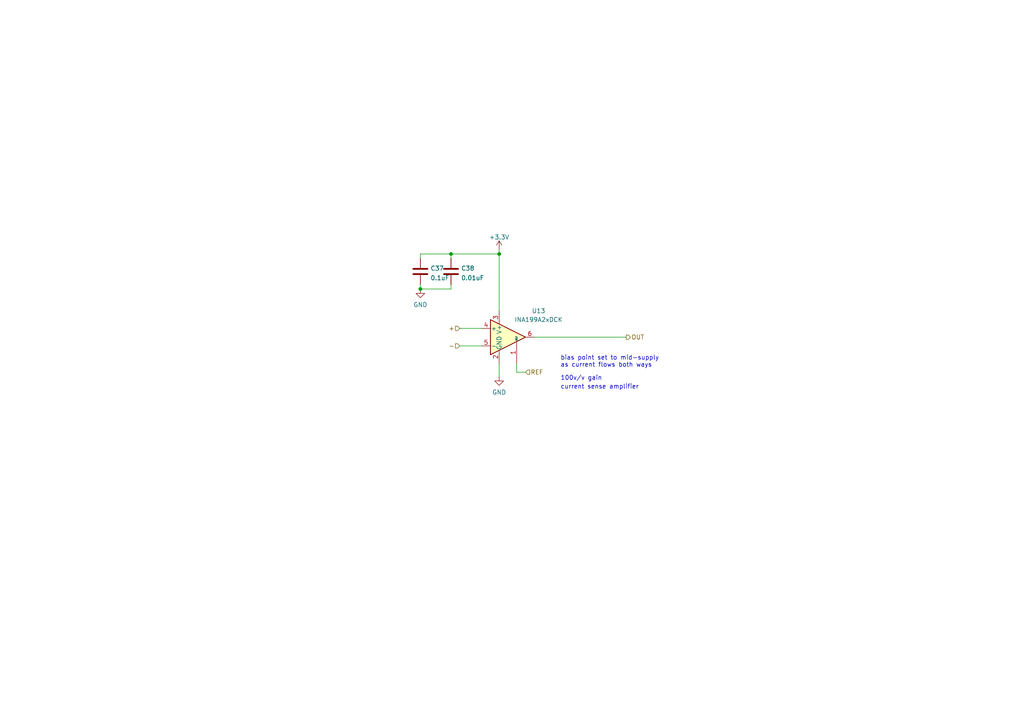
<source format=kicad_sch>
(kicad_sch (version 20230121) (generator eeschema)
  (paper "A4")
  (title_block (title "Foras Promineo Payload Interface Board") (rev "B"))
  (lib_symbols
    (symbol "Amplifier_Current:INA199xxDCK" (pin_names (offset 0.127))
      (property "Reference" "U" (at 3.81 3.81 0))
      (property "Value" "INA199xxDCK" (at 3.81 -2.54 0))
      (symbol "INA199xxDCK_0_1"
        (polyline (pts (xy 5.08 0) (xy -5.08 5.08) (xy -5.08 -5.08) (xy 5.08 0)) (stroke (width 0.254)) (fill (type background)))
      )
      (symbol "INA199xxDCK_1_1"
        (pin input line (at 2.54 -7.62 90) (length 6.35) (name "REF") (number "1"))
        (pin power_in line (at -2.54 -7.62 90) (length 3.81) (name "GND") (number "2"))
        (pin power_in line (at -2.54 7.62 270) (length 3.81) (name "V+") (number "3"))
        (pin input line (at -7.62 2.54 0) (length 2.54) (name "+") (number "4"))
        (pin input line (at -7.62 -2.54 0) (length 2.54) (name "-") (number "5"))
        (pin output line (at 7.62 0 180) (length 2.54) (name "~") (number "6"))
      )
    )
    (symbol "Device:C" (pin_numbers hide) (pin_names (offset 0.254))
      (property "Reference" "C" (at 0.635 2.54 0))
      (property "Value" "C" (at 0.635 -2.54 0))
      (symbol "C_0_1"
        (polyline (pts (xy -2.032 -0.762) (xy 2.032 -0.762)) (stroke (width 0.508)))
        (polyline (pts (xy -2.032 0.762) (xy 2.032 0.762)) (stroke (width 0.508)))
      )
      (symbol "C_1_1"
        (pin passive line (at 0 3.81 270) (length 2.794) (name "~") (number "1"))
        (pin passive line (at 0 -3.81 90) (length 2.794) (name "~") (number "2"))
      )
    )
    (symbol "power:+3.3V" (power) (pin_names (offset 0))
      (property "Value" "+3.3V" (at 0 3.556 0))
      (symbol "+3.3V_0_1"
        (polyline (pts (xy -0.762 1.27) (xy 0 2.54)))
        (polyline (pts (xy 0 0) (xy 0 2.54)))
        (polyline (pts (xy 0 2.54) (xy 0.762 1.27)))
      )
      (symbol "+3.3V_1_1"
        (pin power_in line (at 0 0 90) (length 0) hide (name "+3.3V") (number "1"))
      )
    )
    (symbol "power:GND" (power) (pin_names (offset 0))
      (property "Value" "GND" (at 0 -3.81 0))
      (symbol "GND_0_1"
        (polyline (pts (xy 0 0) (xy 0 -1.27) (xy 1.27 -1.27) (xy 0 -2.54) (xy -1.27 -1.27) (xy 0 -1.27)))
      )
      (symbol "GND_1_1"
        (pin power_in line (at 0 0 270) (length 0) hide (name "GND") (number "1"))
      )
    )
  )
  (junction (at 144.78 73.66))
  (junction (at 121.92 83.82))
  (junction (at 130.81 73.66))
  (wire (pts (xy 133.35 100.33) (xy 139.7 100.33)))
  (wire (pts (xy 149.86 107.95) (xy 149.86 105.41)))
  (wire (pts (xy 149.86 107.95) (xy 152.4 107.95)))
  (wire (pts (xy 144.78 105.41) (xy 144.78 109.22)))
  (wire (pts (xy 144.78 73.66) (xy 144.78 90.17)))
  (wire (pts (xy 121.92 74.93) (xy 121.92 73.66)))
  (wire (pts (xy 130.81 73.66) (xy 130.81 74.93)))
  (wire (pts (xy 121.92 73.66) (xy 130.81 73.66)))
  (wire (pts (xy 130.81 73.66) (xy 144.78 73.66)))
  (wire (pts (xy 139.7 95.25) (xy 133.35 95.25)))
  (wire (pts (xy 121.92 82.55) (xy 121.92 83.82)))
  (wire (pts (xy 130.81 83.82) (xy 130.81 82.55)))
  (wire (pts (xy 144.78 72.39) (xy 144.78 73.66)))
  (wire (pts (xy 121.92 83.82) (xy 130.81 83.82)))
  (wire (pts (xy 154.94 97.79) (xy 181.61 97.79)))
  (text "current sense amplifier" (at 162.56 113.03 0) (effects (font (size 1.27 1.27)) (justify left bottom)))
  (text "bias point set to mid-supply\nas current flows both ways" (at 162.56 106.68 0) (effects (font (size 1.27 1.27)) (justify left bottom)))
  (text "100v/v gain" (at 162.56 110.49 0) (effects (font (size 1.27 1.27)) (justify left bottom)))
  (hierarchical_label "REF" (shape input) (at 152.4 107.95 0))
  (hierarchical_label "-" (shape input) (at 133.35 100.33 180))
  (hierarchical_label "OUT" (shape output) (at 181.61 97.79 0))
  (hierarchical_label "+" (shape input) (at 133.35 95.25 180))
  (symbol (lib_id "Device:C") (at 121.92 78.74 0) (unit 1)
    (property "Reference" "C37" (at 124.841 77.8315 0) (effects (justify left)))
    (property "Value" "0.1uF" (at 124.841 80.6066 0) (effects (justify left)))
    (property "Footprint" "Capacitor_SMD:C_0603_1608Metric" (effects hide))
    (instances (project "payload-interface-board" (path "" (reference "C37") (unit 1)) (path "" (reference "C39") (unit 1)) (path "" (reference "C42") (unit 1))))
  )
  (symbol (lib_id "power:+3.3V") (at 144.78 72.39 0) (unit 1)
    (property "Reference" "#PWR065" (effects hide))
    (property "Value" "+3.3V" (at 144.78 68.7855 0))
    (instances (project "payload-interface-board" (path "" (reference "#PWR065") (unit 1)) (path "" (reference "#PWR077") (unit 1)) (path "" (reference "#PWR080") (unit 1)) (path "" (reference "#PWR087") (unit 1))))
  )
  (symbol (lib_id "power:GND") (at 144.78 109.22 0) (unit 1)
    (property "Reference" "#PWR079" (effects hide))
    (property "Value" "GND" (at 144.78 113.7825 0))
    (instances (project "payload-interface-board" (path "" (reference "#PWR079") (unit 1)) (path "" (reference "#PWR082") (unit 1)) (path "" (reference "#PWR089") (unit 1))))
  )
  (symbol (lib_id "Device:C") (at 130.81 78.74 0) (unit 1)
    (property "Reference" "C38" (at 133.731 77.8315 0) (effects (justify left)))
    (property "Value" "0.01uF" (at 133.731 80.6066 0) (effects (justify left)))
    (property "Footprint" "Capacitor_SMD:C_0603_1608Metric" (effects hide))
    (instances (project "payload-interface-board" (path "" (reference "C38") (unit 1)) (path "" (reference "C40") (unit 1)) (path "" (reference "C43") (unit 1))))
  )
  (symbol (lib_id "Amplifier_Current:INA199xxDCK") (at 147.32 97.79 0) (unit 1)
    (property "Reference" "U13" (at 156.21 90.17 0))
    (property "Value" "INA199A2xDCK" (at 156.21 92.71 0))
    (property "Footprint" "Package_TO_SOT_SMD:SOT-363_SC-70-6" (effects hide))
    (property "Datasheet" "http://www.ti.com/lit/ds/symlink/ina199.pdf" (effects hide))
    (instances (project "payload-interface-board" (path "" (reference "U13") (unit 1)) (path "" (reference "U21") (unit 1)) (path "" (reference "U22") (unit 1))))
  )
  (symbol (lib_id "power:GND") (at 121.92 83.82 0) (unit 1)
    (property "Reference" "#PWR078" (effects hide))
    (property "Value" "GND" (at 121.92 88.3825 0))
    (instances (project "payload-interface-board" (path "" (reference "#PWR078") (unit 1)) (path "" (reference "#PWR081") (unit 1)) (path "" (reference "#PWR088") (unit 1))))
  )
)
</source>
